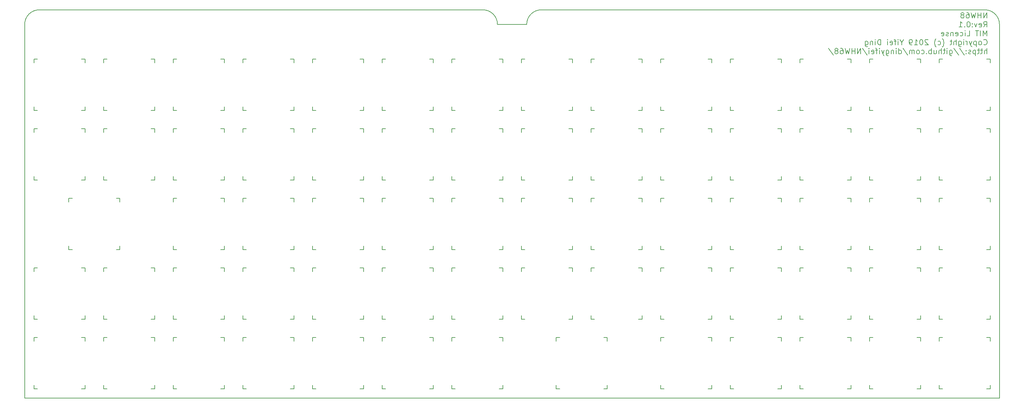
<source format=gbr>
G04 #@! TF.GenerationSoftware,KiCad,Pcbnew,(5.1.5)-3*
G04 #@! TF.CreationDate,2020-01-31T21:09:01-08:00*
G04 #@! TF.ProjectId,PCB,5043422e-6b69-4636-9164-5f7063625858,0.1*
G04 #@! TF.SameCoordinates,Original*
G04 #@! TF.FileFunction,Legend,Bot*
G04 #@! TF.FilePolarity,Positive*
%FSLAX46Y46*%
G04 Gerber Fmt 4.6, Leading zero omitted, Abs format (unit mm)*
G04 Created by KiCad (PCBNEW (5.1.5)-3) date 2020-01-31 21:09:01*
%MOMM*%
%LPD*%
G04 APERTURE LIST*
%ADD10C,0.200000*%
%ADD11C,0.160000*%
%ADD12C,0.150000*%
%ADD13C,4.089800*%
%ADD14C,3.102000*%
%ADD15C,3.402000*%
G04 APERTURE END LIST*
D10*
X356187857Y-89053571D02*
X356187857Y-87553571D01*
X355330714Y-89053571D01*
X355330714Y-87553571D01*
X354616428Y-89053571D02*
X354616428Y-87553571D01*
X354616428Y-88267857D02*
X353759285Y-88267857D01*
X353759285Y-89053571D02*
X353759285Y-87553571D01*
X353187857Y-87553571D02*
X352830714Y-89053571D01*
X352545000Y-87982142D01*
X352259285Y-89053571D01*
X351902142Y-87553571D01*
X350687857Y-87553571D02*
X350973571Y-87553571D01*
X351116428Y-87625000D01*
X351187857Y-87696428D01*
X351330714Y-87910714D01*
X351402142Y-88196428D01*
X351402142Y-88767857D01*
X351330714Y-88910714D01*
X351259285Y-88982142D01*
X351116428Y-89053571D01*
X350830714Y-89053571D01*
X350687857Y-88982142D01*
X350616428Y-88910714D01*
X350545000Y-88767857D01*
X350545000Y-88410714D01*
X350616428Y-88267857D01*
X350687857Y-88196428D01*
X350830714Y-88125000D01*
X351116428Y-88125000D01*
X351259285Y-88196428D01*
X351330714Y-88267857D01*
X351402142Y-88410714D01*
X349687857Y-88196428D02*
X349830714Y-88125000D01*
X349902142Y-88053571D01*
X349973571Y-87910714D01*
X349973571Y-87839285D01*
X349902142Y-87696428D01*
X349830714Y-87625000D01*
X349687857Y-87553571D01*
X349402142Y-87553571D01*
X349259285Y-87625000D01*
X349187857Y-87696428D01*
X349116428Y-87839285D01*
X349116428Y-87910714D01*
X349187857Y-88053571D01*
X349259285Y-88125000D01*
X349402142Y-88196428D01*
X349687857Y-88196428D01*
X349830714Y-88267857D01*
X349902142Y-88339285D01*
X349973571Y-88482142D01*
X349973571Y-88767857D01*
X349902142Y-88910714D01*
X349830714Y-88982142D01*
X349687857Y-89053571D01*
X349402142Y-89053571D01*
X349259285Y-88982142D01*
X349187857Y-88910714D01*
X349116428Y-88767857D01*
X349116428Y-88482142D01*
X349187857Y-88339285D01*
X349259285Y-88267857D01*
X349402142Y-88196428D01*
X355330714Y-91503571D02*
X355830714Y-90789285D01*
X356187857Y-91503571D02*
X356187857Y-90003571D01*
X355616428Y-90003571D01*
X355473571Y-90075000D01*
X355402142Y-90146428D01*
X355330714Y-90289285D01*
X355330714Y-90503571D01*
X355402142Y-90646428D01*
X355473571Y-90717857D01*
X355616428Y-90789285D01*
X356187857Y-90789285D01*
X354116428Y-91432142D02*
X354259285Y-91503571D01*
X354545000Y-91503571D01*
X354687857Y-91432142D01*
X354759285Y-91289285D01*
X354759285Y-90717857D01*
X354687857Y-90575000D01*
X354545000Y-90503571D01*
X354259285Y-90503571D01*
X354116428Y-90575000D01*
X354045000Y-90717857D01*
X354045000Y-90860714D01*
X354759285Y-91003571D01*
X353545000Y-90503571D02*
X353187857Y-91503571D01*
X352830714Y-90503571D01*
X352259285Y-91360714D02*
X352187857Y-91432142D01*
X352259285Y-91503571D01*
X352330714Y-91432142D01*
X352259285Y-91360714D01*
X352259285Y-91503571D01*
X352259285Y-90575000D02*
X352187857Y-90646428D01*
X352259285Y-90717857D01*
X352330714Y-90646428D01*
X352259285Y-90575000D01*
X352259285Y-90717857D01*
X351259285Y-90003571D02*
X351116428Y-90003571D01*
X350973571Y-90075000D01*
X350902142Y-90146428D01*
X350830714Y-90289285D01*
X350759285Y-90575000D01*
X350759285Y-90932142D01*
X350830714Y-91217857D01*
X350902142Y-91360714D01*
X350973571Y-91432142D01*
X351116428Y-91503571D01*
X351259285Y-91503571D01*
X351402142Y-91432142D01*
X351473571Y-91360714D01*
X351545000Y-91217857D01*
X351616428Y-90932142D01*
X351616428Y-90575000D01*
X351545000Y-90289285D01*
X351473571Y-90146428D01*
X351402142Y-90075000D01*
X351259285Y-90003571D01*
X350116428Y-91360714D02*
X350045000Y-91432142D01*
X350116428Y-91503571D01*
X350187857Y-91432142D01*
X350116428Y-91360714D01*
X350116428Y-91503571D01*
X348616428Y-91503571D02*
X349473571Y-91503571D01*
X349045000Y-91503571D02*
X349045000Y-90003571D01*
X349187857Y-90217857D01*
X349330714Y-90360714D01*
X349473571Y-90432142D01*
X356187857Y-93953571D02*
X356187857Y-92453571D01*
X355687857Y-93525000D01*
X355187857Y-92453571D01*
X355187857Y-93953571D01*
X354473571Y-93953571D02*
X354473571Y-92453571D01*
X353973571Y-92453571D02*
X353116428Y-92453571D01*
X353545000Y-93953571D02*
X353545000Y-92453571D01*
X350759285Y-93953571D02*
X351473571Y-93953571D01*
X351473571Y-92453571D01*
X350259285Y-93953571D02*
X350259285Y-92953571D01*
X350259285Y-92453571D02*
X350330714Y-92525000D01*
X350259285Y-92596428D01*
X350187857Y-92525000D01*
X350259285Y-92453571D01*
X350259285Y-92596428D01*
X348902142Y-93882142D02*
X349045000Y-93953571D01*
X349330714Y-93953571D01*
X349473571Y-93882142D01*
X349545000Y-93810714D01*
X349616428Y-93667857D01*
X349616428Y-93239285D01*
X349545000Y-93096428D01*
X349473571Y-93025000D01*
X349330714Y-92953571D01*
X349045000Y-92953571D01*
X348902142Y-93025000D01*
X347687857Y-93882142D02*
X347830714Y-93953571D01*
X348116428Y-93953571D01*
X348259285Y-93882142D01*
X348330714Y-93739285D01*
X348330714Y-93167857D01*
X348259285Y-93025000D01*
X348116428Y-92953571D01*
X347830714Y-92953571D01*
X347687857Y-93025000D01*
X347616428Y-93167857D01*
X347616428Y-93310714D01*
X348330714Y-93453571D01*
X346973571Y-92953571D02*
X346973571Y-93953571D01*
X346973571Y-93096428D02*
X346902142Y-93025000D01*
X346759285Y-92953571D01*
X346545000Y-92953571D01*
X346402142Y-93025000D01*
X346330714Y-93167857D01*
X346330714Y-93953571D01*
X345687857Y-93882142D02*
X345545000Y-93953571D01*
X345259285Y-93953571D01*
X345116428Y-93882142D01*
X345045000Y-93739285D01*
X345045000Y-93667857D01*
X345116428Y-93525000D01*
X345259285Y-93453571D01*
X345473571Y-93453571D01*
X345616428Y-93382142D01*
X345687857Y-93239285D01*
X345687857Y-93167857D01*
X345616428Y-93025000D01*
X345473571Y-92953571D01*
X345259285Y-92953571D01*
X345116428Y-93025000D01*
X343830714Y-93882142D02*
X343973571Y-93953571D01*
X344259285Y-93953571D01*
X344402142Y-93882142D01*
X344473571Y-93739285D01*
X344473571Y-93167857D01*
X344402142Y-93025000D01*
X344259285Y-92953571D01*
X343973571Y-92953571D01*
X343830714Y-93025000D01*
X343759285Y-93167857D01*
X343759285Y-93310714D01*
X344473571Y-93453571D01*
X355330714Y-96260714D02*
X355402142Y-96332142D01*
X355616428Y-96403571D01*
X355759285Y-96403571D01*
X355973571Y-96332142D01*
X356116428Y-96189285D01*
X356187857Y-96046428D01*
X356259285Y-95760714D01*
X356259285Y-95546428D01*
X356187857Y-95260714D01*
X356116428Y-95117857D01*
X355973571Y-94975000D01*
X355759285Y-94903571D01*
X355616428Y-94903571D01*
X355402142Y-94975000D01*
X355330714Y-95046428D01*
X354473571Y-96403571D02*
X354616428Y-96332142D01*
X354687857Y-96260714D01*
X354759285Y-96117857D01*
X354759285Y-95689285D01*
X354687857Y-95546428D01*
X354616428Y-95475000D01*
X354473571Y-95403571D01*
X354259285Y-95403571D01*
X354116428Y-95475000D01*
X354045000Y-95546428D01*
X353973571Y-95689285D01*
X353973571Y-96117857D01*
X354045000Y-96260714D01*
X354116428Y-96332142D01*
X354259285Y-96403571D01*
X354473571Y-96403571D01*
X353330714Y-95403571D02*
X353330714Y-96903571D01*
X353330714Y-95475000D02*
X353187857Y-95403571D01*
X352902142Y-95403571D01*
X352759285Y-95475000D01*
X352687857Y-95546428D01*
X352616428Y-95689285D01*
X352616428Y-96117857D01*
X352687857Y-96260714D01*
X352759285Y-96332142D01*
X352902142Y-96403571D01*
X353187857Y-96403571D01*
X353330714Y-96332142D01*
X352116428Y-95403571D02*
X351759285Y-96403571D01*
X351402142Y-95403571D02*
X351759285Y-96403571D01*
X351902142Y-96760714D01*
X351973571Y-96832142D01*
X352116428Y-96903571D01*
X350830714Y-96403571D02*
X350830714Y-95403571D01*
X350830714Y-95689285D02*
X350759285Y-95546428D01*
X350687857Y-95475000D01*
X350545000Y-95403571D01*
X350402142Y-95403571D01*
X349902142Y-96403571D02*
X349902142Y-95403571D01*
X349902142Y-94903571D02*
X349973571Y-94975000D01*
X349902142Y-95046428D01*
X349830714Y-94975000D01*
X349902142Y-94903571D01*
X349902142Y-95046428D01*
X348545000Y-95403571D02*
X348545000Y-96617857D01*
X348616428Y-96760714D01*
X348687857Y-96832142D01*
X348830714Y-96903571D01*
X349045000Y-96903571D01*
X349187857Y-96832142D01*
X348545000Y-96332142D02*
X348687857Y-96403571D01*
X348973571Y-96403571D01*
X349116428Y-96332142D01*
X349187857Y-96260714D01*
X349259285Y-96117857D01*
X349259285Y-95689285D01*
X349187857Y-95546428D01*
X349116428Y-95475000D01*
X348973571Y-95403571D01*
X348687857Y-95403571D01*
X348545000Y-95475000D01*
X347830714Y-96403571D02*
X347830714Y-94903571D01*
X347187857Y-96403571D02*
X347187857Y-95617857D01*
X347259285Y-95475000D01*
X347402142Y-95403571D01*
X347616428Y-95403571D01*
X347759285Y-95475000D01*
X347830714Y-95546428D01*
X346687857Y-95403571D02*
X346116428Y-95403571D01*
X346473571Y-94903571D02*
X346473571Y-96189285D01*
X346402142Y-96332142D01*
X346259285Y-96403571D01*
X346116428Y-96403571D01*
X344044999Y-96975000D02*
X344116428Y-96903571D01*
X344259285Y-96689285D01*
X344330714Y-96546428D01*
X344402142Y-96332142D01*
X344473571Y-95975000D01*
X344473571Y-95689285D01*
X344402142Y-95332142D01*
X344330714Y-95117857D01*
X344259285Y-94975000D01*
X344116428Y-94760714D01*
X344044999Y-94689285D01*
X342830714Y-96332142D02*
X342973571Y-96403571D01*
X343259285Y-96403571D01*
X343402142Y-96332142D01*
X343473571Y-96260714D01*
X343544999Y-96117857D01*
X343544999Y-95689285D01*
X343473571Y-95546428D01*
X343402142Y-95475000D01*
X343259285Y-95403571D01*
X342973571Y-95403571D01*
X342830714Y-95475000D01*
X342330714Y-96975000D02*
X342259285Y-96903571D01*
X342116428Y-96689285D01*
X342044999Y-96546428D01*
X341973571Y-96332142D01*
X341902142Y-95975000D01*
X341902142Y-95689285D01*
X341973571Y-95332142D01*
X342044999Y-95117857D01*
X342116428Y-94975000D01*
X342259285Y-94760714D01*
X342330714Y-94689285D01*
X340116428Y-95046428D02*
X340044999Y-94975000D01*
X339902142Y-94903571D01*
X339544999Y-94903571D01*
X339402142Y-94975000D01*
X339330714Y-95046428D01*
X339259285Y-95189285D01*
X339259285Y-95332142D01*
X339330714Y-95546428D01*
X340187857Y-96403571D01*
X339259285Y-96403571D01*
X338330714Y-94903571D02*
X338187857Y-94903571D01*
X338044999Y-94975000D01*
X337973571Y-95046428D01*
X337902142Y-95189285D01*
X337830714Y-95475000D01*
X337830714Y-95832142D01*
X337902142Y-96117857D01*
X337973571Y-96260714D01*
X338044999Y-96332142D01*
X338187857Y-96403571D01*
X338330714Y-96403571D01*
X338473571Y-96332142D01*
X338544999Y-96260714D01*
X338616428Y-96117857D01*
X338687857Y-95832142D01*
X338687857Y-95475000D01*
X338616428Y-95189285D01*
X338544999Y-95046428D01*
X338473571Y-94975000D01*
X338330714Y-94903571D01*
X336402142Y-96403571D02*
X337259285Y-96403571D01*
X336830714Y-96403571D02*
X336830714Y-94903571D01*
X336973571Y-95117857D01*
X337116428Y-95260714D01*
X337259285Y-95332142D01*
X335687857Y-96403571D02*
X335402142Y-96403571D01*
X335259285Y-96332142D01*
X335187857Y-96260714D01*
X335044999Y-96046428D01*
X334973571Y-95760714D01*
X334973571Y-95189285D01*
X335044999Y-95046428D01*
X335116428Y-94975000D01*
X335259285Y-94903571D01*
X335544999Y-94903571D01*
X335687857Y-94975000D01*
X335759285Y-95046428D01*
X335830714Y-95189285D01*
X335830714Y-95546428D01*
X335759285Y-95689285D01*
X335687857Y-95760714D01*
X335544999Y-95832142D01*
X335259285Y-95832142D01*
X335116428Y-95760714D01*
X335044999Y-95689285D01*
X334973571Y-95546428D01*
X332902142Y-95689285D02*
X332902142Y-96403571D01*
X333402142Y-94903571D02*
X332902142Y-95689285D01*
X332402142Y-94903571D01*
X331902142Y-96403571D02*
X331902142Y-95403571D01*
X331902142Y-94903571D02*
X331973571Y-94975000D01*
X331902142Y-95046428D01*
X331830714Y-94975000D01*
X331902142Y-94903571D01*
X331902142Y-95046428D01*
X331402142Y-95403571D02*
X330830714Y-95403571D01*
X331187857Y-96403571D02*
X331187857Y-95117857D01*
X331116428Y-94975000D01*
X330973571Y-94903571D01*
X330830714Y-94903571D01*
X329759285Y-96332142D02*
X329902142Y-96403571D01*
X330187857Y-96403571D01*
X330330714Y-96332142D01*
X330402142Y-96189285D01*
X330402142Y-95617857D01*
X330330714Y-95475000D01*
X330187857Y-95403571D01*
X329902142Y-95403571D01*
X329759285Y-95475000D01*
X329687857Y-95617857D01*
X329687857Y-95760714D01*
X330402142Y-95903571D01*
X329044999Y-96403571D02*
X329044999Y-95403571D01*
X329044999Y-94903571D02*
X329116428Y-94975000D01*
X329044999Y-95046428D01*
X328973571Y-94975000D01*
X329044999Y-94903571D01*
X329044999Y-95046428D01*
X327187857Y-96403571D02*
X327187857Y-94903571D01*
X326830714Y-94903571D01*
X326616428Y-94975000D01*
X326473571Y-95117857D01*
X326402142Y-95260714D01*
X326330714Y-95546428D01*
X326330714Y-95760714D01*
X326402142Y-96046428D01*
X326473571Y-96189285D01*
X326616428Y-96332142D01*
X326830714Y-96403571D01*
X327187857Y-96403571D01*
X325687857Y-96403571D02*
X325687857Y-95403571D01*
X325687857Y-94903571D02*
X325759285Y-94975000D01*
X325687857Y-95046428D01*
X325616428Y-94975000D01*
X325687857Y-94903571D01*
X325687857Y-95046428D01*
X324973571Y-95403571D02*
X324973571Y-96403571D01*
X324973571Y-95546428D02*
X324902142Y-95475000D01*
X324759285Y-95403571D01*
X324544999Y-95403571D01*
X324402142Y-95475000D01*
X324330714Y-95617857D01*
X324330714Y-96403571D01*
X322973571Y-95403571D02*
X322973571Y-96617857D01*
X323044999Y-96760714D01*
X323116428Y-96832142D01*
X323259285Y-96903571D01*
X323473571Y-96903571D01*
X323616428Y-96832142D01*
X322973571Y-96332142D02*
X323116428Y-96403571D01*
X323402142Y-96403571D01*
X323544999Y-96332142D01*
X323616428Y-96260714D01*
X323687857Y-96117857D01*
X323687857Y-95689285D01*
X323616428Y-95546428D01*
X323544999Y-95475000D01*
X323402142Y-95403571D01*
X323116428Y-95403571D01*
X322973571Y-95475000D01*
X356187857Y-98853571D02*
X356187857Y-97353571D01*
X355545000Y-98853571D02*
X355545000Y-98067857D01*
X355616428Y-97925000D01*
X355759285Y-97853571D01*
X355973571Y-97853571D01*
X356116428Y-97925000D01*
X356187857Y-97996428D01*
X355045000Y-97853571D02*
X354473571Y-97853571D01*
X354830714Y-97353571D02*
X354830714Y-98639285D01*
X354759285Y-98782142D01*
X354616428Y-98853571D01*
X354473571Y-98853571D01*
X354187857Y-97853571D02*
X353616428Y-97853571D01*
X353973571Y-97353571D02*
X353973571Y-98639285D01*
X353902142Y-98782142D01*
X353759285Y-98853571D01*
X353616428Y-98853571D01*
X353116428Y-97853571D02*
X353116428Y-99353571D01*
X353116428Y-97925000D02*
X352973571Y-97853571D01*
X352687857Y-97853571D01*
X352545000Y-97925000D01*
X352473571Y-97996428D01*
X352402142Y-98139285D01*
X352402142Y-98567857D01*
X352473571Y-98710714D01*
X352545000Y-98782142D01*
X352687857Y-98853571D01*
X352973571Y-98853571D01*
X353116428Y-98782142D01*
X351830714Y-98782142D02*
X351687857Y-98853571D01*
X351402142Y-98853571D01*
X351259285Y-98782142D01*
X351187857Y-98639285D01*
X351187857Y-98567857D01*
X351259285Y-98425000D01*
X351402142Y-98353571D01*
X351616428Y-98353571D01*
X351759285Y-98282142D01*
X351830714Y-98139285D01*
X351830714Y-98067857D01*
X351759285Y-97925000D01*
X351616428Y-97853571D01*
X351402142Y-97853571D01*
X351259285Y-97925000D01*
X350545000Y-98710714D02*
X350473571Y-98782142D01*
X350545000Y-98853571D01*
X350616428Y-98782142D01*
X350545000Y-98710714D01*
X350545000Y-98853571D01*
X350545000Y-97925000D02*
X350473571Y-97996428D01*
X350545000Y-98067857D01*
X350616428Y-97996428D01*
X350545000Y-97925000D01*
X350545000Y-98067857D01*
X348759285Y-97282142D02*
X350045000Y-99210714D01*
X347187857Y-97282142D02*
X348473571Y-99210714D01*
X346045000Y-97853571D02*
X346045000Y-99067857D01*
X346116428Y-99210714D01*
X346187857Y-99282142D01*
X346330714Y-99353571D01*
X346545000Y-99353571D01*
X346687857Y-99282142D01*
X346045000Y-98782142D02*
X346187857Y-98853571D01*
X346473571Y-98853571D01*
X346616428Y-98782142D01*
X346687857Y-98710714D01*
X346759285Y-98567857D01*
X346759285Y-98139285D01*
X346687857Y-97996428D01*
X346616428Y-97925000D01*
X346473571Y-97853571D01*
X346187857Y-97853571D01*
X346045000Y-97925000D01*
X345330714Y-98853571D02*
X345330714Y-97853571D01*
X345330714Y-97353571D02*
X345402142Y-97425000D01*
X345330714Y-97496428D01*
X345259285Y-97425000D01*
X345330714Y-97353571D01*
X345330714Y-97496428D01*
X344830714Y-97853571D02*
X344259285Y-97853571D01*
X344616428Y-97353571D02*
X344616428Y-98639285D01*
X344545000Y-98782142D01*
X344402142Y-98853571D01*
X344259285Y-98853571D01*
X343759285Y-98853571D02*
X343759285Y-97353571D01*
X343116428Y-98853571D02*
X343116428Y-98067857D01*
X343187857Y-97925000D01*
X343330714Y-97853571D01*
X343545000Y-97853571D01*
X343687857Y-97925000D01*
X343759285Y-97996428D01*
X341759285Y-97853571D02*
X341759285Y-98853571D01*
X342402142Y-97853571D02*
X342402142Y-98639285D01*
X342330714Y-98782142D01*
X342187857Y-98853571D01*
X341973571Y-98853571D01*
X341830714Y-98782142D01*
X341759285Y-98710714D01*
X341045000Y-98853571D02*
X341045000Y-97353571D01*
X341045000Y-97925000D02*
X340902142Y-97853571D01*
X340616428Y-97853571D01*
X340473571Y-97925000D01*
X340402142Y-97996428D01*
X340330714Y-98139285D01*
X340330714Y-98567857D01*
X340402142Y-98710714D01*
X340473571Y-98782142D01*
X340616428Y-98853571D01*
X340902142Y-98853571D01*
X341045000Y-98782142D01*
X339687857Y-98710714D02*
X339616428Y-98782142D01*
X339687857Y-98853571D01*
X339759285Y-98782142D01*
X339687857Y-98710714D01*
X339687857Y-98853571D01*
X338330714Y-98782142D02*
X338473571Y-98853571D01*
X338759285Y-98853571D01*
X338902142Y-98782142D01*
X338973571Y-98710714D01*
X339045000Y-98567857D01*
X339045000Y-98139285D01*
X338973571Y-97996428D01*
X338902142Y-97925000D01*
X338759285Y-97853571D01*
X338473571Y-97853571D01*
X338330714Y-97925000D01*
X337473571Y-98853571D02*
X337616428Y-98782142D01*
X337687857Y-98710714D01*
X337759285Y-98567857D01*
X337759285Y-98139285D01*
X337687857Y-97996428D01*
X337616428Y-97925000D01*
X337473571Y-97853571D01*
X337259285Y-97853571D01*
X337116428Y-97925000D01*
X337045000Y-97996428D01*
X336973571Y-98139285D01*
X336973571Y-98567857D01*
X337045000Y-98710714D01*
X337116428Y-98782142D01*
X337259285Y-98853571D01*
X337473571Y-98853571D01*
X336330714Y-98853571D02*
X336330714Y-97853571D01*
X336330714Y-97996428D02*
X336259285Y-97925000D01*
X336116428Y-97853571D01*
X335902142Y-97853571D01*
X335759285Y-97925000D01*
X335687857Y-98067857D01*
X335687857Y-98853571D01*
X335687857Y-98067857D02*
X335616428Y-97925000D01*
X335473571Y-97853571D01*
X335259285Y-97853571D01*
X335116428Y-97925000D01*
X335045000Y-98067857D01*
X335045000Y-98853571D01*
X333259285Y-97282142D02*
X334545000Y-99210714D01*
X332116428Y-98853571D02*
X332116428Y-97353571D01*
X332116428Y-98782142D02*
X332259285Y-98853571D01*
X332545000Y-98853571D01*
X332687857Y-98782142D01*
X332759285Y-98710714D01*
X332830714Y-98567857D01*
X332830714Y-98139285D01*
X332759285Y-97996428D01*
X332687857Y-97925000D01*
X332545000Y-97853571D01*
X332259285Y-97853571D01*
X332116428Y-97925000D01*
X331402142Y-98853571D02*
X331402142Y-97853571D01*
X331402142Y-97353571D02*
X331473571Y-97425000D01*
X331402142Y-97496428D01*
X331330714Y-97425000D01*
X331402142Y-97353571D01*
X331402142Y-97496428D01*
X330687857Y-97853571D02*
X330687857Y-98853571D01*
X330687857Y-97996428D02*
X330616428Y-97925000D01*
X330473571Y-97853571D01*
X330259285Y-97853571D01*
X330116428Y-97925000D01*
X330045000Y-98067857D01*
X330045000Y-98853571D01*
X328687857Y-97853571D02*
X328687857Y-99067857D01*
X328759285Y-99210714D01*
X328830714Y-99282142D01*
X328973571Y-99353571D01*
X329187857Y-99353571D01*
X329330714Y-99282142D01*
X328687857Y-98782142D02*
X328830714Y-98853571D01*
X329116428Y-98853571D01*
X329259285Y-98782142D01*
X329330714Y-98710714D01*
X329402142Y-98567857D01*
X329402142Y-98139285D01*
X329330714Y-97996428D01*
X329259285Y-97925000D01*
X329116428Y-97853571D01*
X328830714Y-97853571D01*
X328687857Y-97925000D01*
X328116428Y-97853571D02*
X327759285Y-98853571D01*
X327402142Y-97853571D02*
X327759285Y-98853571D01*
X327902142Y-99210714D01*
X327973571Y-99282142D01*
X328116428Y-99353571D01*
X326830714Y-98853571D02*
X326830714Y-97853571D01*
X326830714Y-97353571D02*
X326902142Y-97425000D01*
X326830714Y-97496428D01*
X326759285Y-97425000D01*
X326830714Y-97353571D01*
X326830714Y-97496428D01*
X326330714Y-97853571D02*
X325759285Y-97853571D01*
X326116428Y-98853571D02*
X326116428Y-97567857D01*
X326045000Y-97425000D01*
X325902142Y-97353571D01*
X325759285Y-97353571D01*
X324687857Y-98782142D02*
X324830714Y-98853571D01*
X325116428Y-98853571D01*
X325259285Y-98782142D01*
X325330714Y-98639285D01*
X325330714Y-98067857D01*
X325259285Y-97925000D01*
X325116428Y-97853571D01*
X324830714Y-97853571D01*
X324687857Y-97925000D01*
X324616428Y-98067857D01*
X324616428Y-98210714D01*
X325330714Y-98353571D01*
X323973571Y-98853571D02*
X323973571Y-97853571D01*
X323973571Y-97353571D02*
X324045000Y-97425000D01*
X323973571Y-97496428D01*
X323902142Y-97425000D01*
X323973571Y-97353571D01*
X323973571Y-97496428D01*
X322187857Y-97282142D02*
X323473571Y-99210714D01*
X321687857Y-98853571D02*
X321687857Y-97353571D01*
X320830714Y-98853571D01*
X320830714Y-97353571D01*
X320116428Y-98853571D02*
X320116428Y-97353571D01*
X320116428Y-98067857D02*
X319259285Y-98067857D01*
X319259285Y-98853571D02*
X319259285Y-97353571D01*
X318687857Y-97353571D02*
X318330714Y-98853571D01*
X318045000Y-97782142D01*
X317759285Y-98853571D01*
X317402142Y-97353571D01*
X316187857Y-97353571D02*
X316473571Y-97353571D01*
X316616428Y-97425000D01*
X316687857Y-97496428D01*
X316830714Y-97710714D01*
X316902142Y-97996428D01*
X316902142Y-98567857D01*
X316830714Y-98710714D01*
X316759285Y-98782142D01*
X316616428Y-98853571D01*
X316330714Y-98853571D01*
X316187857Y-98782142D01*
X316116428Y-98710714D01*
X316045000Y-98567857D01*
X316045000Y-98210714D01*
X316116428Y-98067857D01*
X316187857Y-97996428D01*
X316330714Y-97925000D01*
X316616428Y-97925000D01*
X316759285Y-97996428D01*
X316830714Y-98067857D01*
X316902142Y-98210714D01*
X315187857Y-97996428D02*
X315330714Y-97925000D01*
X315402142Y-97853571D01*
X315473571Y-97710714D01*
X315473571Y-97639285D01*
X315402142Y-97496428D01*
X315330714Y-97425000D01*
X315187857Y-97353571D01*
X314902142Y-97353571D01*
X314759285Y-97425000D01*
X314687857Y-97496428D01*
X314616428Y-97639285D01*
X314616428Y-97710714D01*
X314687857Y-97853571D01*
X314759285Y-97925000D01*
X314902142Y-97996428D01*
X315187857Y-97996428D01*
X315330714Y-98067857D01*
X315402142Y-98139285D01*
X315473571Y-98282142D01*
X315473571Y-98567857D01*
X315402142Y-98710714D01*
X315330714Y-98782142D01*
X315187857Y-98853571D01*
X314902142Y-98853571D01*
X314759285Y-98782142D01*
X314687857Y-98710714D01*
X314616428Y-98567857D01*
X314616428Y-98282142D01*
X314687857Y-98139285D01*
X314759285Y-98067857D01*
X314902142Y-97996428D01*
X312902142Y-97282142D02*
X314187857Y-99210714D01*
D11*
X222316035Y-90789728D02*
X230316035Y-90789728D01*
X359666001Y-90789728D02*
G75*
G03X355666001Y-86789728I-4000000J0D01*
G01*
X355666001Y-86789728D02*
X234316035Y-86789728D01*
X359666001Y-193039800D02*
X359666001Y-90789728D01*
X234316035Y-86789728D02*
G75*
G03X230316035Y-90789728I0J-4000000D01*
G01*
X222316035Y-90789728D02*
G75*
G03X218316035Y-86789728I-4000000J0D01*
G01*
X96966085Y-86789728D02*
G75*
G03X92966085Y-90789728I0J-4000000D01*
G01*
X218316035Y-86789728D02*
X96966085Y-86789728D01*
X92966085Y-90789728D02*
X92966085Y-193039800D01*
X359666001Y-193039800D02*
X92966085Y-193039800D01*
D12*
X242841199Y-171465351D02*
X242841199Y-170465351D01*
X241841199Y-157465351D02*
X242841199Y-157465351D01*
X242841199Y-171465351D02*
X241841199Y-171465351D01*
X242841199Y-158465351D02*
X242841199Y-157465351D01*
X228841199Y-157465351D02*
X228841199Y-158465351D01*
X229841199Y-171465351D02*
X228841199Y-171465351D01*
X228841199Y-157465351D02*
X229841199Y-157465351D01*
X228841199Y-170465351D02*
X228841199Y-171465351D01*
X252365199Y-190515265D02*
X252365199Y-189515265D01*
X251365199Y-176515265D02*
X252365199Y-176515265D01*
X252365199Y-190515265D02*
X251365199Y-190515265D01*
X252365199Y-177515265D02*
X252365199Y-176515265D01*
X238365199Y-176515265D02*
X238365199Y-177515265D01*
X239365199Y-190515265D02*
X238365199Y-190515265D01*
X238365199Y-176515265D02*
X239365199Y-176515265D01*
X238365199Y-189515265D02*
X238365199Y-190515265D01*
X119015199Y-152415365D02*
X119015199Y-151415365D01*
X118015199Y-138415365D02*
X119015199Y-138415365D01*
X119015199Y-152415365D02*
X118015199Y-152415365D01*
X119015199Y-139415365D02*
X119015199Y-138415365D01*
X105015199Y-138415365D02*
X105015199Y-139415365D01*
X106015199Y-152415365D02*
X105015199Y-152415365D01*
X105015199Y-138415365D02*
X106015199Y-138415365D01*
X105015199Y-151415365D02*
X105015199Y-152415365D01*
X128540199Y-190515266D02*
X128540199Y-189515266D01*
X127540199Y-176515266D02*
X128540199Y-176515266D01*
X128540199Y-190515266D02*
X127540199Y-190515266D01*
X128540199Y-177515266D02*
X128540199Y-176515266D01*
X114540199Y-176515266D02*
X114540199Y-177515266D01*
X115540199Y-190515266D02*
X114540199Y-190515266D01*
X114540199Y-176515266D02*
X115540199Y-176515266D01*
X114540199Y-189515266D02*
X114540199Y-190515266D01*
X357140274Y-114315350D02*
X357140274Y-113315350D01*
X356140274Y-100315350D02*
X357140274Y-100315350D01*
X357140274Y-114315350D02*
X356140274Y-114315350D01*
X357140274Y-101315350D02*
X357140274Y-100315350D01*
X343140274Y-100315350D02*
X343140274Y-101315350D01*
X344140274Y-114315350D02*
X343140274Y-114315350D01*
X343140274Y-100315350D02*
X344140274Y-100315350D01*
X343140274Y-113315350D02*
X343140274Y-114315350D01*
X109490199Y-114315350D02*
X109490199Y-113315350D01*
X108490199Y-100315350D02*
X109490199Y-100315350D01*
X109490199Y-114315350D02*
X108490199Y-114315350D01*
X109490199Y-101315350D02*
X109490199Y-100315350D01*
X95490199Y-100315350D02*
X95490199Y-101315350D01*
X96490199Y-114315350D02*
X95490199Y-114315350D01*
X95490199Y-100315350D02*
X96490199Y-100315350D01*
X95490199Y-113315350D02*
X95490199Y-114315350D01*
X128540199Y-114315350D02*
X128540199Y-113315350D01*
X127540199Y-100315350D02*
X128540199Y-100315350D01*
X128540199Y-114315350D02*
X127540199Y-114315350D01*
X128540199Y-101315350D02*
X128540199Y-100315350D01*
X114540199Y-100315350D02*
X114540199Y-101315350D01*
X115540199Y-114315350D02*
X114540199Y-114315350D01*
X114540199Y-100315350D02*
X115540199Y-100315350D01*
X114540199Y-113315350D02*
X114540199Y-114315350D01*
X147590199Y-114315350D02*
X147590199Y-113315350D01*
X146590199Y-100315350D02*
X147590199Y-100315350D01*
X147590199Y-114315350D02*
X146590199Y-114315350D01*
X147590199Y-101315350D02*
X147590199Y-100315350D01*
X133590199Y-100315350D02*
X133590199Y-101315350D01*
X134590199Y-114315350D02*
X133590199Y-114315350D01*
X133590199Y-100315350D02*
X134590199Y-100315350D01*
X133590199Y-113315350D02*
X133590199Y-114315350D01*
X357140274Y-133365350D02*
X357140274Y-132365350D01*
X356140274Y-119365350D02*
X357140274Y-119365350D01*
X357140274Y-133365350D02*
X356140274Y-133365350D01*
X357140274Y-120365350D02*
X357140274Y-119365350D01*
X343140274Y-119365350D02*
X343140274Y-120365350D01*
X344140274Y-133365350D02*
X343140274Y-133365350D01*
X343140274Y-119365350D02*
X344140274Y-119365350D01*
X343140274Y-132365350D02*
X343140274Y-133365350D01*
X357140274Y-152415365D02*
X357140274Y-151415365D01*
X356140274Y-138415365D02*
X357140274Y-138415365D01*
X357140274Y-152415365D02*
X356140274Y-152415365D01*
X357140274Y-139415365D02*
X357140274Y-138415365D01*
X343140274Y-138415365D02*
X343140274Y-139415365D01*
X344140274Y-152415365D02*
X343140274Y-152415365D01*
X343140274Y-138415365D02*
X344140274Y-138415365D01*
X343140274Y-151415365D02*
X343140274Y-152415365D01*
X357140274Y-171465351D02*
X357140274Y-170465351D01*
X356140274Y-157465351D02*
X357140274Y-157465351D01*
X357140274Y-171465351D02*
X356140274Y-171465351D01*
X357140274Y-158465351D02*
X357140274Y-157465351D01*
X343140274Y-157465351D02*
X343140274Y-158465351D01*
X344140274Y-171465351D02*
X343140274Y-171465351D01*
X343140274Y-157465351D02*
X344140274Y-157465351D01*
X343140274Y-170465351D02*
X343140274Y-171465351D01*
X357140275Y-190515265D02*
X357140275Y-189515265D01*
X356140275Y-176515265D02*
X357140275Y-176515265D01*
X357140275Y-190515265D02*
X356140275Y-190515265D01*
X357140275Y-177515265D02*
X357140275Y-176515265D01*
X343140275Y-176515265D02*
X343140275Y-177515265D01*
X344140275Y-190515265D02*
X343140275Y-190515265D01*
X343140275Y-176515265D02*
X344140275Y-176515265D01*
X343140275Y-189515265D02*
X343140275Y-190515265D01*
X338090349Y-114315350D02*
X338090349Y-113315350D01*
X337090349Y-100315350D02*
X338090349Y-100315350D01*
X338090349Y-114315350D02*
X337090349Y-114315350D01*
X338090349Y-101315350D02*
X338090349Y-100315350D01*
X324090349Y-100315350D02*
X324090349Y-101315350D01*
X325090349Y-114315350D02*
X324090349Y-114315350D01*
X324090349Y-100315350D02*
X325090349Y-100315350D01*
X324090349Y-113315350D02*
X324090349Y-114315350D01*
X338090349Y-133365350D02*
X338090349Y-132365350D01*
X337090349Y-119365350D02*
X338090349Y-119365350D01*
X338090349Y-133365350D02*
X337090349Y-133365350D01*
X338090349Y-120365350D02*
X338090349Y-119365350D01*
X324090349Y-119365350D02*
X324090349Y-120365350D01*
X325090349Y-133365350D02*
X324090349Y-133365350D01*
X324090349Y-119365350D02*
X325090349Y-119365350D01*
X324090349Y-132365350D02*
X324090349Y-133365350D01*
X338090349Y-152415365D02*
X338090349Y-151415365D01*
X337090349Y-138415365D02*
X338090349Y-138415365D01*
X338090349Y-152415365D02*
X337090349Y-152415365D01*
X338090349Y-139415365D02*
X338090349Y-138415365D01*
X324090349Y-138415365D02*
X324090349Y-139415365D01*
X325090349Y-152415365D02*
X324090349Y-152415365D01*
X324090349Y-138415365D02*
X325090349Y-138415365D01*
X324090349Y-151415365D02*
X324090349Y-152415365D01*
X338090349Y-171465351D02*
X338090349Y-170465351D01*
X337090349Y-157465351D02*
X338090349Y-157465351D01*
X338090349Y-171465351D02*
X337090349Y-171465351D01*
X338090349Y-158465351D02*
X338090349Y-157465351D01*
X324090349Y-157465351D02*
X324090349Y-158465351D01*
X325090349Y-171465351D02*
X324090349Y-171465351D01*
X324090349Y-157465351D02*
X325090349Y-157465351D01*
X324090349Y-170465351D02*
X324090349Y-171465351D01*
X338090350Y-190515265D02*
X338090350Y-189515265D01*
X337090350Y-176515265D02*
X338090350Y-176515265D01*
X338090350Y-190515265D02*
X337090350Y-190515265D01*
X338090350Y-177515265D02*
X338090350Y-176515265D01*
X324090350Y-176515265D02*
X324090350Y-177515265D01*
X325090350Y-190515265D02*
X324090350Y-190515265D01*
X324090350Y-176515265D02*
X325090350Y-176515265D01*
X324090350Y-189515265D02*
X324090350Y-190515265D01*
X319040349Y-114315350D02*
X319040349Y-113315350D01*
X318040349Y-100315350D02*
X319040349Y-100315350D01*
X319040349Y-114315350D02*
X318040349Y-114315350D01*
X319040349Y-101315350D02*
X319040349Y-100315350D01*
X305040349Y-100315350D02*
X305040349Y-101315350D01*
X306040349Y-114315350D02*
X305040349Y-114315350D01*
X305040349Y-100315350D02*
X306040349Y-100315350D01*
X305040349Y-113315350D02*
X305040349Y-114315350D01*
X319040349Y-133365350D02*
X319040349Y-132365350D01*
X318040349Y-119365350D02*
X319040349Y-119365350D01*
X319040349Y-133365350D02*
X318040349Y-133365350D01*
X319040349Y-120365350D02*
X319040349Y-119365350D01*
X305040349Y-119365350D02*
X305040349Y-120365350D01*
X306040349Y-133365350D02*
X305040349Y-133365350D01*
X305040349Y-119365350D02*
X306040349Y-119365350D01*
X305040349Y-132365350D02*
X305040349Y-133365350D01*
X319040349Y-152415365D02*
X319040349Y-151415365D01*
X318040349Y-138415365D02*
X319040349Y-138415365D01*
X319040349Y-152415365D02*
X318040349Y-152415365D01*
X319040349Y-139415365D02*
X319040349Y-138415365D01*
X305040349Y-138415365D02*
X305040349Y-139415365D01*
X306040349Y-152415365D02*
X305040349Y-152415365D01*
X305040349Y-138415365D02*
X306040349Y-138415365D01*
X305040349Y-151415365D02*
X305040349Y-152415365D01*
X319040349Y-171465351D02*
X319040349Y-170465351D01*
X318040349Y-157465351D02*
X319040349Y-157465351D01*
X319040349Y-171465351D02*
X318040349Y-171465351D01*
X319040349Y-158465351D02*
X319040349Y-157465351D01*
X305040349Y-157465351D02*
X305040349Y-158465351D01*
X306040349Y-171465351D02*
X305040349Y-171465351D01*
X305040349Y-157465351D02*
X306040349Y-157465351D01*
X305040349Y-170465351D02*
X305040349Y-171465351D01*
X319040350Y-190515265D02*
X319040350Y-189515265D01*
X318040350Y-176515265D02*
X319040350Y-176515265D01*
X319040350Y-190515265D02*
X318040350Y-190515265D01*
X319040350Y-177515265D02*
X319040350Y-176515265D01*
X305040350Y-176515265D02*
X305040350Y-177515265D01*
X306040350Y-190515265D02*
X305040350Y-190515265D01*
X305040350Y-176515265D02*
X306040350Y-176515265D01*
X305040350Y-189515265D02*
X305040350Y-190515265D01*
X299990349Y-114315350D02*
X299990349Y-113315350D01*
X298990349Y-100315350D02*
X299990349Y-100315350D01*
X299990349Y-114315350D02*
X298990349Y-114315350D01*
X299990349Y-101315350D02*
X299990349Y-100315350D01*
X285990349Y-100315350D02*
X285990349Y-101315350D01*
X286990349Y-114315350D02*
X285990349Y-114315350D01*
X285990349Y-100315350D02*
X286990349Y-100315350D01*
X285990349Y-113315350D02*
X285990349Y-114315350D01*
X299990349Y-133365350D02*
X299990349Y-132365350D01*
X298990349Y-119365350D02*
X299990349Y-119365350D01*
X299990349Y-133365350D02*
X298990349Y-133365350D01*
X299990349Y-120365350D02*
X299990349Y-119365350D01*
X285990349Y-119365350D02*
X285990349Y-120365350D01*
X286990349Y-133365350D02*
X285990349Y-133365350D01*
X285990349Y-119365350D02*
X286990349Y-119365350D01*
X285990349Y-132365350D02*
X285990349Y-133365350D01*
X299990349Y-152415365D02*
X299990349Y-151415365D01*
X298990349Y-138415365D02*
X299990349Y-138415365D01*
X299990349Y-152415365D02*
X298990349Y-152415365D01*
X299990349Y-139415365D02*
X299990349Y-138415365D01*
X285990349Y-138415365D02*
X285990349Y-139415365D01*
X286990349Y-152415365D02*
X285990349Y-152415365D01*
X285990349Y-138415365D02*
X286990349Y-138415365D01*
X285990349Y-151415365D02*
X285990349Y-152415365D01*
X299990349Y-171465351D02*
X299990349Y-170465351D01*
X298990349Y-157465351D02*
X299990349Y-157465351D01*
X299990349Y-171465351D02*
X298990349Y-171465351D01*
X299990349Y-158465351D02*
X299990349Y-157465351D01*
X285990349Y-157465351D02*
X285990349Y-158465351D01*
X286990349Y-171465351D02*
X285990349Y-171465351D01*
X285990349Y-157465351D02*
X286990349Y-157465351D01*
X285990349Y-170465351D02*
X285990349Y-171465351D01*
X299990350Y-190515265D02*
X299990350Y-189515265D01*
X298990350Y-176515265D02*
X299990350Y-176515265D01*
X299990350Y-190515265D02*
X298990350Y-190515265D01*
X299990350Y-177515265D02*
X299990350Y-176515265D01*
X285990350Y-176515265D02*
X285990350Y-177515265D01*
X286990350Y-190515265D02*
X285990350Y-190515265D01*
X285990350Y-176515265D02*
X286990350Y-176515265D01*
X285990350Y-189515265D02*
X285990350Y-190515265D01*
X280940349Y-114315350D02*
X280940349Y-113315350D01*
X279940349Y-100315350D02*
X280940349Y-100315350D01*
X280940349Y-114315350D02*
X279940349Y-114315350D01*
X280940349Y-101315350D02*
X280940349Y-100315350D01*
X266940349Y-100315350D02*
X266940349Y-101315350D01*
X267940349Y-114315350D02*
X266940349Y-114315350D01*
X266940349Y-100315350D02*
X267940349Y-100315350D01*
X266940349Y-113315350D02*
X266940349Y-114315350D01*
X280940349Y-133365350D02*
X280940349Y-132365350D01*
X279940349Y-119365350D02*
X280940349Y-119365350D01*
X280940349Y-133365350D02*
X279940349Y-133365350D01*
X280940349Y-120365350D02*
X280940349Y-119365350D01*
X266940349Y-119365350D02*
X266940349Y-120365350D01*
X267940349Y-133365350D02*
X266940349Y-133365350D01*
X266940349Y-119365350D02*
X267940349Y-119365350D01*
X266940349Y-132365350D02*
X266940349Y-133365350D01*
X280940349Y-152415365D02*
X280940349Y-151415365D01*
X279940349Y-138415365D02*
X280940349Y-138415365D01*
X280940349Y-152415365D02*
X279940349Y-152415365D01*
X280940349Y-139415365D02*
X280940349Y-138415365D01*
X266940349Y-138415365D02*
X266940349Y-139415365D01*
X267940349Y-152415365D02*
X266940349Y-152415365D01*
X266940349Y-138415365D02*
X267940349Y-138415365D01*
X266940349Y-151415365D02*
X266940349Y-152415365D01*
X280940349Y-171465351D02*
X280940349Y-170465351D01*
X279940349Y-157465351D02*
X280940349Y-157465351D01*
X280940349Y-171465351D02*
X279940349Y-171465351D01*
X280940349Y-158465351D02*
X280940349Y-157465351D01*
X266940349Y-157465351D02*
X266940349Y-158465351D01*
X267940349Y-171465351D02*
X266940349Y-171465351D01*
X266940349Y-157465351D02*
X267940349Y-157465351D01*
X266940349Y-170465351D02*
X266940349Y-171465351D01*
X280940350Y-190515265D02*
X280940350Y-189515265D01*
X279940350Y-176515265D02*
X280940350Y-176515265D01*
X280940350Y-190515265D02*
X279940350Y-190515265D01*
X280940350Y-177515265D02*
X280940350Y-176515265D01*
X266940350Y-176515265D02*
X266940350Y-177515265D01*
X267940350Y-190515265D02*
X266940350Y-190515265D01*
X266940350Y-176515265D02*
X267940350Y-176515265D01*
X266940350Y-189515265D02*
X266940350Y-190515265D01*
X261891049Y-114315350D02*
X261891049Y-113315350D01*
X260891049Y-100315350D02*
X261891049Y-100315350D01*
X261891049Y-114315350D02*
X260891049Y-114315350D01*
X261891049Y-101315350D02*
X261891049Y-100315350D01*
X247891049Y-100315350D02*
X247891049Y-101315350D01*
X248891049Y-114315350D02*
X247891049Y-114315350D01*
X247891049Y-100315350D02*
X248891049Y-100315350D01*
X247891049Y-113315350D02*
X247891049Y-114315350D01*
X261891049Y-133365350D02*
X261891049Y-132365350D01*
X260891049Y-119365350D02*
X261891049Y-119365350D01*
X261891049Y-133365350D02*
X260891049Y-133365350D01*
X261891049Y-120365350D02*
X261891049Y-119365350D01*
X247891049Y-119365350D02*
X247891049Y-120365350D01*
X248891049Y-133365350D02*
X247891049Y-133365350D01*
X247891049Y-119365350D02*
X248891049Y-119365350D01*
X247891049Y-132365350D02*
X247891049Y-133365350D01*
X261891049Y-152415365D02*
X261891049Y-151415365D01*
X260891049Y-138415365D02*
X261891049Y-138415365D01*
X261891049Y-152415365D02*
X260891049Y-152415365D01*
X261891049Y-139415365D02*
X261891049Y-138415365D01*
X247891049Y-138415365D02*
X247891049Y-139415365D01*
X248891049Y-152415365D02*
X247891049Y-152415365D01*
X247891049Y-138415365D02*
X248891049Y-138415365D01*
X247891049Y-151415365D02*
X247891049Y-152415365D01*
X261891049Y-171465351D02*
X261891049Y-170465351D01*
X260891049Y-157465351D02*
X261891049Y-157465351D01*
X261891049Y-171465351D02*
X260891049Y-171465351D01*
X261891049Y-158465351D02*
X261891049Y-157465351D01*
X247891049Y-157465351D02*
X247891049Y-158465351D01*
X248891049Y-171465351D02*
X247891049Y-171465351D01*
X247891049Y-157465351D02*
X248891049Y-157465351D01*
X247891049Y-170465351D02*
X247891049Y-171465351D01*
X242841199Y-114315350D02*
X242841199Y-113315350D01*
X241841199Y-100315350D02*
X242841199Y-100315350D01*
X242841199Y-114315350D02*
X241841199Y-114315350D01*
X242841199Y-101315350D02*
X242841199Y-100315350D01*
X228841199Y-100315350D02*
X228841199Y-101315350D01*
X229841199Y-114315350D02*
X228841199Y-114315350D01*
X228841199Y-100315350D02*
X229841199Y-100315350D01*
X228841199Y-113315350D02*
X228841199Y-114315350D01*
X242841199Y-133365350D02*
X242841199Y-132365350D01*
X241841199Y-119365350D02*
X242841199Y-119365350D01*
X242841199Y-133365350D02*
X241841199Y-133365350D01*
X242841199Y-120365350D02*
X242841199Y-119365350D01*
X228841199Y-119365350D02*
X228841199Y-120365350D01*
X229841199Y-133365350D02*
X228841199Y-133365350D01*
X228841199Y-119365350D02*
X229841199Y-119365350D01*
X228841199Y-132365350D02*
X228841199Y-133365350D01*
X242841199Y-152415365D02*
X242841199Y-151415365D01*
X241841199Y-138415365D02*
X242841199Y-138415365D01*
X242841199Y-152415365D02*
X241841199Y-152415365D01*
X242841199Y-139415365D02*
X242841199Y-138415365D01*
X228841199Y-138415365D02*
X228841199Y-139415365D01*
X229841199Y-152415365D02*
X228841199Y-152415365D01*
X228841199Y-138415365D02*
X229841199Y-138415365D01*
X228841199Y-151415365D02*
X228841199Y-152415365D01*
X223790200Y-114315350D02*
X223790200Y-113315350D01*
X222790200Y-100315350D02*
X223790200Y-100315350D01*
X223790200Y-114315350D02*
X222790200Y-114315350D01*
X223790200Y-101315350D02*
X223790200Y-100315350D01*
X209790200Y-100315350D02*
X209790200Y-101315350D01*
X210790200Y-114315350D02*
X209790200Y-114315350D01*
X209790200Y-100315350D02*
X210790200Y-100315350D01*
X209790200Y-113315350D02*
X209790200Y-114315350D01*
X223790200Y-133365351D02*
X223790200Y-132365351D01*
X222790200Y-119365351D02*
X223790200Y-119365351D01*
X223790200Y-133365351D02*
X222790200Y-133365351D01*
X223790200Y-120365351D02*
X223790200Y-119365351D01*
X209790200Y-119365351D02*
X209790200Y-120365351D01*
X210790200Y-133365351D02*
X209790200Y-133365351D01*
X209790200Y-119365351D02*
X210790200Y-119365351D01*
X209790200Y-132365351D02*
X209790200Y-133365351D01*
X223790200Y-152415365D02*
X223790200Y-151415365D01*
X222790200Y-138415365D02*
X223790200Y-138415365D01*
X223790200Y-152415365D02*
X222790200Y-152415365D01*
X223790200Y-139415365D02*
X223790200Y-138415365D01*
X209790200Y-138415365D02*
X209790200Y-139415365D01*
X210790200Y-152415365D02*
X209790200Y-152415365D01*
X209790200Y-138415365D02*
X210790200Y-138415365D01*
X209790200Y-151415365D02*
X209790200Y-152415365D01*
X223790200Y-171465351D02*
X223790200Y-170465351D01*
X222790200Y-157465351D02*
X223790200Y-157465351D01*
X223790200Y-171465351D02*
X222790200Y-171465351D01*
X223790200Y-158465351D02*
X223790200Y-157465351D01*
X209790200Y-157465351D02*
X209790200Y-158465351D01*
X210790200Y-171465351D02*
X209790200Y-171465351D01*
X209790200Y-157465351D02*
X210790200Y-157465351D01*
X209790200Y-170465351D02*
X209790200Y-171465351D01*
X223790200Y-190515266D02*
X223790200Y-189515266D01*
X222790200Y-176515266D02*
X223790200Y-176515266D01*
X223790200Y-190515266D02*
X222790200Y-190515266D01*
X223790200Y-177515266D02*
X223790200Y-176515266D01*
X209790200Y-176515266D02*
X209790200Y-177515266D01*
X210790200Y-190515266D02*
X209790200Y-190515266D01*
X209790200Y-176515266D02*
X210790200Y-176515266D01*
X209790200Y-189515266D02*
X209790200Y-190515266D01*
X204740199Y-114315350D02*
X204740199Y-113315350D01*
X203740199Y-100315350D02*
X204740199Y-100315350D01*
X204740199Y-114315350D02*
X203740199Y-114315350D01*
X204740199Y-101315350D02*
X204740199Y-100315350D01*
X190740199Y-100315350D02*
X190740199Y-101315350D01*
X191740199Y-114315350D02*
X190740199Y-114315350D01*
X190740199Y-100315350D02*
X191740199Y-100315350D01*
X190740199Y-113315350D02*
X190740199Y-114315350D01*
X204740199Y-133365351D02*
X204740199Y-132365351D01*
X203740199Y-119365351D02*
X204740199Y-119365351D01*
X204740199Y-133365351D02*
X203740199Y-133365351D01*
X204740199Y-120365351D02*
X204740199Y-119365351D01*
X190740199Y-119365351D02*
X190740199Y-120365351D01*
X191740199Y-133365351D02*
X190740199Y-133365351D01*
X190740199Y-119365351D02*
X191740199Y-119365351D01*
X190740199Y-132365351D02*
X190740199Y-133365351D01*
X204740199Y-152415365D02*
X204740199Y-151415365D01*
X203740199Y-138415365D02*
X204740199Y-138415365D01*
X204740199Y-152415365D02*
X203740199Y-152415365D01*
X204740199Y-139415365D02*
X204740199Y-138415365D01*
X190740199Y-138415365D02*
X190740199Y-139415365D01*
X191740199Y-152415365D02*
X190740199Y-152415365D01*
X190740199Y-138415365D02*
X191740199Y-138415365D01*
X190740199Y-151415365D02*
X190740199Y-152415365D01*
X204740199Y-171465351D02*
X204740199Y-170465351D01*
X203740199Y-157465351D02*
X204740199Y-157465351D01*
X204740199Y-171465351D02*
X203740199Y-171465351D01*
X204740199Y-158465351D02*
X204740199Y-157465351D01*
X190740199Y-157465351D02*
X190740199Y-158465351D01*
X191740199Y-171465351D02*
X190740199Y-171465351D01*
X190740199Y-157465351D02*
X191740199Y-157465351D01*
X190740199Y-170465351D02*
X190740199Y-171465351D01*
X204740199Y-190515266D02*
X204740199Y-189515266D01*
X203740199Y-176515266D02*
X204740199Y-176515266D01*
X204740199Y-190515266D02*
X203740199Y-190515266D01*
X204740199Y-177515266D02*
X204740199Y-176515266D01*
X190740199Y-176515266D02*
X190740199Y-177515266D01*
X191740199Y-190515266D02*
X190740199Y-190515266D01*
X190740199Y-176515266D02*
X191740199Y-176515266D01*
X190740199Y-189515266D02*
X190740199Y-190515266D01*
X185690199Y-114315350D02*
X185690199Y-113315350D01*
X184690199Y-100315350D02*
X185690199Y-100315350D01*
X185690199Y-114315350D02*
X184690199Y-114315350D01*
X185690199Y-101315350D02*
X185690199Y-100315350D01*
X171690199Y-100315350D02*
X171690199Y-101315350D01*
X172690199Y-114315350D02*
X171690199Y-114315350D01*
X171690199Y-100315350D02*
X172690199Y-100315350D01*
X171690199Y-113315350D02*
X171690199Y-114315350D01*
X185690199Y-133365351D02*
X185690199Y-132365351D01*
X184690199Y-119365351D02*
X185690199Y-119365351D01*
X185690199Y-133365351D02*
X184690199Y-133365351D01*
X185690199Y-120365351D02*
X185690199Y-119365351D01*
X171690199Y-119365351D02*
X171690199Y-120365351D01*
X172690199Y-133365351D02*
X171690199Y-133365351D01*
X171690199Y-119365351D02*
X172690199Y-119365351D01*
X171690199Y-132365351D02*
X171690199Y-133365351D01*
X185690199Y-152415365D02*
X185690199Y-151415365D01*
X184690199Y-138415365D02*
X185690199Y-138415365D01*
X185690199Y-152415365D02*
X184690199Y-152415365D01*
X185690199Y-139415365D02*
X185690199Y-138415365D01*
X171690199Y-138415365D02*
X171690199Y-139415365D01*
X172690199Y-152415365D02*
X171690199Y-152415365D01*
X171690199Y-138415365D02*
X172690199Y-138415365D01*
X171690199Y-151415365D02*
X171690199Y-152415365D01*
X185690199Y-171465351D02*
X185690199Y-170465351D01*
X184690199Y-157465351D02*
X185690199Y-157465351D01*
X185690199Y-171465351D02*
X184690199Y-171465351D01*
X185690199Y-158465351D02*
X185690199Y-157465351D01*
X171690199Y-157465351D02*
X171690199Y-158465351D01*
X172690199Y-171465351D02*
X171690199Y-171465351D01*
X171690199Y-157465351D02*
X172690199Y-157465351D01*
X171690199Y-170465351D02*
X171690199Y-171465351D01*
X185690199Y-190515266D02*
X185690199Y-189515266D01*
X184690199Y-176515266D02*
X185690199Y-176515266D01*
X185690199Y-190515266D02*
X184690199Y-190515266D01*
X185690199Y-177515266D02*
X185690199Y-176515266D01*
X171690199Y-176515266D02*
X171690199Y-177515266D01*
X172690199Y-190515266D02*
X171690199Y-190515266D01*
X171690199Y-176515266D02*
X172690199Y-176515266D01*
X171690199Y-189515266D02*
X171690199Y-190515266D01*
X166640199Y-114315350D02*
X166640199Y-113315350D01*
X165640199Y-100315350D02*
X166640199Y-100315350D01*
X166640199Y-114315350D02*
X165640199Y-114315350D01*
X166640199Y-101315350D02*
X166640199Y-100315350D01*
X152640199Y-100315350D02*
X152640199Y-101315350D01*
X153640199Y-114315350D02*
X152640199Y-114315350D01*
X152640199Y-100315350D02*
X153640199Y-100315350D01*
X152640199Y-113315350D02*
X152640199Y-114315350D01*
X166640199Y-133365351D02*
X166640199Y-132365351D01*
X165640199Y-119365351D02*
X166640199Y-119365351D01*
X166640199Y-133365351D02*
X165640199Y-133365351D01*
X166640199Y-120365351D02*
X166640199Y-119365351D01*
X152640199Y-119365351D02*
X152640199Y-120365351D01*
X153640199Y-133365351D02*
X152640199Y-133365351D01*
X152640199Y-119365351D02*
X153640199Y-119365351D01*
X152640199Y-132365351D02*
X152640199Y-133365351D01*
X166640199Y-152415365D02*
X166640199Y-151415365D01*
X165640199Y-138415365D02*
X166640199Y-138415365D01*
X166640199Y-152415365D02*
X165640199Y-152415365D01*
X166640199Y-139415365D02*
X166640199Y-138415365D01*
X152640199Y-138415365D02*
X152640199Y-139415365D01*
X153640199Y-152415365D02*
X152640199Y-152415365D01*
X152640199Y-138415365D02*
X153640199Y-138415365D01*
X152640199Y-151415365D02*
X152640199Y-152415365D01*
X166640199Y-171465351D02*
X166640199Y-170465351D01*
X165640199Y-157465351D02*
X166640199Y-157465351D01*
X166640199Y-171465351D02*
X165640199Y-171465351D01*
X166640199Y-158465351D02*
X166640199Y-157465351D01*
X152640199Y-157465351D02*
X152640199Y-158465351D01*
X153640199Y-171465351D02*
X152640199Y-171465351D01*
X152640199Y-157465351D02*
X153640199Y-157465351D01*
X152640199Y-170465351D02*
X152640199Y-171465351D01*
X166640199Y-190515266D02*
X166640199Y-189515266D01*
X165640199Y-176515266D02*
X166640199Y-176515266D01*
X166640199Y-190515266D02*
X165640199Y-190515266D01*
X166640199Y-177515266D02*
X166640199Y-176515266D01*
X152640199Y-176515266D02*
X152640199Y-177515266D01*
X153640199Y-190515266D02*
X152640199Y-190515266D01*
X152640199Y-176515266D02*
X153640199Y-176515266D01*
X152640199Y-189515266D02*
X152640199Y-190515266D01*
X147590199Y-133365351D02*
X147590199Y-132365351D01*
X146590199Y-119365351D02*
X147590199Y-119365351D01*
X147590199Y-133365351D02*
X146590199Y-133365351D01*
X147590199Y-120365351D02*
X147590199Y-119365351D01*
X133590199Y-119365351D02*
X133590199Y-120365351D01*
X134590199Y-133365351D02*
X133590199Y-133365351D01*
X133590199Y-119365351D02*
X134590199Y-119365351D01*
X133590199Y-132365351D02*
X133590199Y-133365351D01*
X147590199Y-152415365D02*
X147590199Y-151415365D01*
X146590199Y-138415365D02*
X147590199Y-138415365D01*
X147590199Y-152415365D02*
X146590199Y-152415365D01*
X147590199Y-139415365D02*
X147590199Y-138415365D01*
X133590199Y-138415365D02*
X133590199Y-139415365D01*
X134590199Y-152415365D02*
X133590199Y-152415365D01*
X133590199Y-138415365D02*
X134590199Y-138415365D01*
X133590199Y-151415365D02*
X133590199Y-152415365D01*
X147590199Y-171465351D02*
X147590199Y-170465351D01*
X146590199Y-157465351D02*
X147590199Y-157465351D01*
X147590199Y-171465351D02*
X146590199Y-171465351D01*
X147590199Y-158465351D02*
X147590199Y-157465351D01*
X133590199Y-157465351D02*
X133590199Y-158465351D01*
X134590199Y-171465351D02*
X133590199Y-171465351D01*
X133590199Y-157465351D02*
X134590199Y-157465351D01*
X133590199Y-170465351D02*
X133590199Y-171465351D01*
X147590199Y-190515266D02*
X147590199Y-189515266D01*
X146590199Y-176515266D02*
X147590199Y-176515266D01*
X147590199Y-190515266D02*
X146590199Y-190515266D01*
X147590199Y-177515266D02*
X147590199Y-176515266D01*
X133590199Y-176515266D02*
X133590199Y-177515266D01*
X134590199Y-190515266D02*
X133590199Y-190515266D01*
X133590199Y-176515266D02*
X134590199Y-176515266D01*
X133590199Y-189515266D02*
X133590199Y-190515266D01*
X128540199Y-133365351D02*
X128540199Y-132365351D01*
X127540199Y-119365351D02*
X128540199Y-119365351D01*
X128540199Y-133365351D02*
X127540199Y-133365351D01*
X128540199Y-120365351D02*
X128540199Y-119365351D01*
X114540199Y-119365351D02*
X114540199Y-120365351D01*
X115540199Y-133365351D02*
X114540199Y-133365351D01*
X114540199Y-119365351D02*
X115540199Y-119365351D01*
X114540199Y-132365351D02*
X114540199Y-133365351D01*
X128540199Y-171465351D02*
X128540199Y-170465351D01*
X127540199Y-157465351D02*
X128540199Y-157465351D01*
X128540199Y-171465351D02*
X127540199Y-171465351D01*
X128540199Y-158465351D02*
X128540199Y-157465351D01*
X114540199Y-157465351D02*
X114540199Y-158465351D01*
X115540199Y-171465351D02*
X114540199Y-171465351D01*
X114540199Y-157465351D02*
X115540199Y-157465351D01*
X114540199Y-170465351D02*
X114540199Y-171465351D01*
X109490199Y-133365351D02*
X109490199Y-132365351D01*
X108490199Y-119365351D02*
X109490199Y-119365351D01*
X109490199Y-133365351D02*
X108490199Y-133365351D01*
X109490199Y-120365351D02*
X109490199Y-119365351D01*
X95490199Y-119365351D02*
X95490199Y-120365351D01*
X96490199Y-133365351D02*
X95490199Y-133365351D01*
X95490199Y-119365351D02*
X96490199Y-119365351D01*
X95490199Y-132365351D02*
X95490199Y-133365351D01*
X109490199Y-171465351D02*
X109490199Y-170465351D01*
X108490199Y-157465351D02*
X109490199Y-157465351D01*
X109490199Y-171465351D02*
X108490199Y-171465351D01*
X109490199Y-158465351D02*
X109490199Y-157465351D01*
X95490199Y-157465351D02*
X95490199Y-158465351D01*
X96490199Y-171465351D02*
X95490199Y-171465351D01*
X95490199Y-157465351D02*
X96490199Y-157465351D01*
X95490199Y-170465351D02*
X95490199Y-171465351D01*
X109490199Y-190515266D02*
X109490199Y-189515266D01*
X108490199Y-176515266D02*
X109490199Y-176515266D01*
X109490199Y-190515266D02*
X108490199Y-190515266D01*
X109490199Y-177515266D02*
X109490199Y-176515266D01*
X95490199Y-176515266D02*
X95490199Y-177515266D01*
X96490199Y-190515266D02*
X95490199Y-190515266D01*
X95490199Y-176515266D02*
X96490199Y-176515266D01*
X95490199Y-189515266D02*
X95490199Y-190515266D01*
%LPC*%
D13*
X235841199Y-164465351D03*
D14*
X232031199Y-167005351D03*
X238381199Y-169545351D03*
D13*
X245365199Y-183515265D03*
D14*
X241555199Y-186055265D03*
X247905199Y-188595265D03*
D13*
X112015199Y-145415365D03*
D14*
X108205199Y-147955365D03*
X114555199Y-150495365D03*
D13*
X121540199Y-183515266D03*
D14*
X117730199Y-186055266D03*
X124080199Y-188595266D03*
D13*
X350140274Y-107315350D03*
D14*
X346330274Y-109855350D03*
X352680274Y-112395350D03*
D13*
X102490199Y-107315350D03*
D14*
X98680199Y-109855350D03*
X105030199Y-112395350D03*
D13*
X121540199Y-107315350D03*
D14*
X117730199Y-109855350D03*
X124080199Y-112395350D03*
D13*
X140590199Y-107315350D03*
D14*
X136780199Y-109855350D03*
X143130199Y-112395350D03*
D15*
X140590199Y-102815350D03*
D13*
X350140274Y-126365350D03*
D14*
X346330274Y-128905350D03*
X352680274Y-131445350D03*
D13*
X350140274Y-145415365D03*
D14*
X346330274Y-147955365D03*
X352680274Y-150495365D03*
D13*
X350140274Y-164465351D03*
D14*
X346330274Y-167005351D03*
X352680274Y-169545351D03*
D13*
X350140275Y-183515265D03*
D14*
X346330275Y-186055265D03*
X352680275Y-188595265D03*
D13*
X331090349Y-107315350D03*
D14*
X327280349Y-109855350D03*
X333630349Y-112395350D03*
D13*
X331090349Y-126365350D03*
D14*
X327280349Y-128905350D03*
X333630349Y-131445350D03*
D13*
X331090349Y-145415365D03*
D14*
X327280349Y-147955365D03*
X333630349Y-150495365D03*
D13*
X331090349Y-164465351D03*
D14*
X327280349Y-167005351D03*
X333630349Y-169545351D03*
D13*
X331090350Y-183515265D03*
D14*
X327280350Y-186055265D03*
X333630350Y-188595265D03*
D13*
X312040349Y-107315350D03*
D14*
X308230349Y-109855350D03*
X314580349Y-112395350D03*
D13*
X312040349Y-126365350D03*
D14*
X308230349Y-128905350D03*
X314580349Y-131445350D03*
D13*
X312040349Y-145415365D03*
D14*
X308230349Y-147955365D03*
X314580349Y-150495365D03*
D13*
X312040349Y-164465351D03*
D14*
X308230349Y-167005351D03*
X314580349Y-169545351D03*
D13*
X312040350Y-183515265D03*
D14*
X308230350Y-186055265D03*
X314580350Y-188595265D03*
D13*
X292990349Y-107315350D03*
D14*
X289180349Y-109855350D03*
X295530349Y-112395350D03*
D13*
X292990349Y-126365350D03*
D14*
X289180349Y-128905350D03*
X295530349Y-131445350D03*
D13*
X292990349Y-145415365D03*
D14*
X289180349Y-147955365D03*
X295530349Y-150495365D03*
D13*
X292990349Y-164465351D03*
D14*
X289180349Y-167005351D03*
X295530349Y-169545351D03*
D13*
X292990350Y-183515265D03*
D14*
X289180350Y-186055265D03*
X295530350Y-188595265D03*
D13*
X273940349Y-107315350D03*
D14*
X270130349Y-109855350D03*
X276480349Y-112395350D03*
D13*
X273940349Y-126365350D03*
D14*
X270130349Y-128905350D03*
X276480349Y-131445350D03*
D13*
X273940349Y-145415365D03*
D14*
X270130349Y-147955365D03*
X276480349Y-150495365D03*
D13*
X273940349Y-164465351D03*
D14*
X270130349Y-167005351D03*
X276480349Y-169545351D03*
D13*
X273940350Y-183515265D03*
D14*
X270130350Y-186055265D03*
X276480350Y-188595265D03*
D13*
X254891049Y-107315350D03*
D14*
X251081049Y-109855350D03*
X257431049Y-112395350D03*
D13*
X254891049Y-126365350D03*
D14*
X251081049Y-128905350D03*
X257431049Y-131445350D03*
D13*
X254891049Y-145415365D03*
D14*
X251081049Y-147955365D03*
X257431049Y-150495365D03*
D13*
X254891049Y-164465351D03*
D14*
X251081049Y-167005351D03*
X257431049Y-169545351D03*
D13*
X235841199Y-107315350D03*
D14*
X232031199Y-109855350D03*
X238381199Y-112395350D03*
D13*
X235841199Y-126365350D03*
D14*
X232031199Y-128905350D03*
X238381199Y-131445350D03*
D13*
X235841199Y-145415365D03*
D14*
X232031199Y-147955365D03*
X238381199Y-150495365D03*
D13*
X216790200Y-107315350D03*
D14*
X212980200Y-109855350D03*
X219330200Y-112395350D03*
D13*
X216790200Y-126365351D03*
D14*
X212980200Y-128905351D03*
X219330200Y-131445351D03*
D13*
X216790200Y-145415365D03*
D14*
X212980200Y-147955365D03*
X219330200Y-150495365D03*
D13*
X216790200Y-164465351D03*
D14*
X212980200Y-167005351D03*
X219330200Y-169545351D03*
D13*
X216790200Y-183515266D03*
D14*
X212980200Y-186055266D03*
X219330200Y-188595266D03*
D13*
X197740199Y-107315350D03*
D14*
X193930199Y-109855350D03*
X200280199Y-112395350D03*
D13*
X197740199Y-126365351D03*
D14*
X193930199Y-128905351D03*
X200280199Y-131445351D03*
D13*
X197740199Y-145415365D03*
D14*
X193930199Y-147955365D03*
X200280199Y-150495365D03*
D13*
X197740199Y-164465351D03*
D14*
X193930199Y-167005351D03*
X200280199Y-169545351D03*
D13*
X197740199Y-183515266D03*
D14*
X193930199Y-186055266D03*
X200280199Y-188595266D03*
D13*
X178690199Y-107315350D03*
D14*
X174880199Y-109855350D03*
X181230199Y-112395350D03*
D13*
X178690199Y-126365351D03*
D14*
X174880199Y-128905351D03*
X181230199Y-131445351D03*
D13*
X178690199Y-145415365D03*
D14*
X174880199Y-147955365D03*
X181230199Y-150495365D03*
D13*
X178690199Y-164465351D03*
D14*
X174880199Y-167005351D03*
X181230199Y-169545351D03*
D13*
X178690199Y-183515266D03*
D14*
X174880199Y-186055266D03*
X181230199Y-188595266D03*
D13*
X159640199Y-107315350D03*
D14*
X155830199Y-109855350D03*
X162180199Y-112395350D03*
D13*
X159640199Y-126365351D03*
D14*
X155830199Y-128905351D03*
X162180199Y-131445351D03*
D13*
X159640199Y-145415365D03*
D14*
X155830199Y-147955365D03*
X162180199Y-150495365D03*
D13*
X159640199Y-164465351D03*
D14*
X155830199Y-167005351D03*
X162180199Y-169545351D03*
D13*
X159640199Y-183515266D03*
D14*
X155830199Y-186055266D03*
X162180199Y-188595266D03*
D13*
X140590199Y-126365351D03*
D14*
X136780199Y-128905351D03*
X143130199Y-131445351D03*
D13*
X140590199Y-145415365D03*
D14*
X136780199Y-147955365D03*
X143130199Y-150495365D03*
D13*
X140590199Y-164465351D03*
D14*
X136780199Y-167005351D03*
X143130199Y-169545351D03*
D13*
X140590199Y-183515266D03*
D14*
X136780199Y-186055266D03*
X143130199Y-188595266D03*
D13*
X121540199Y-126365351D03*
D14*
X117730199Y-128905351D03*
X124080199Y-131445351D03*
D13*
X121540199Y-164465351D03*
D14*
X117730199Y-167005351D03*
X124080199Y-169545351D03*
D13*
X102490199Y-126365351D03*
D14*
X98680199Y-128905351D03*
X105030199Y-131445351D03*
D13*
X102490199Y-164465351D03*
D14*
X98680199Y-167005351D03*
X105030199Y-169545351D03*
D13*
X102490199Y-183515266D03*
D14*
X98680199Y-186055266D03*
X105030199Y-188595266D03*
D15*
X350140274Y-159965351D03*
X350140275Y-179015265D03*
X331090349Y-159965351D03*
X331090350Y-179015265D03*
X312040349Y-159965351D03*
X312040350Y-179015265D03*
X292990349Y-159965351D03*
X292990350Y-179015265D03*
X273940349Y-159965351D03*
X273940350Y-179015265D03*
X254891049Y-159965351D03*
X245365199Y-179015265D03*
X235841199Y-159965351D03*
X216790200Y-159965351D03*
X216790200Y-179015266D03*
X197740199Y-159965351D03*
X197740199Y-179015266D03*
X178690199Y-159965351D03*
X178690199Y-179015266D03*
X159640199Y-159965351D03*
X159640199Y-179015266D03*
X140590199Y-159965351D03*
X140590199Y-179015266D03*
X121540199Y-159965351D03*
X121540199Y-179015266D03*
X102490199Y-159965351D03*
X102490199Y-179015266D03*
X350140274Y-102815350D03*
X350140274Y-121865350D03*
X350140274Y-140915365D03*
X331090349Y-102815350D03*
X331090349Y-121865350D03*
X331090349Y-140915365D03*
X312040349Y-102815350D03*
X312040349Y-121865350D03*
X312040349Y-140915365D03*
X292990349Y-102815350D03*
X292990349Y-121865350D03*
X292990349Y-140915365D03*
X273940349Y-102815350D03*
X273940349Y-121865350D03*
X273940349Y-140915365D03*
X254891049Y-102815350D03*
X254891049Y-121865350D03*
X254891049Y-140915365D03*
X235841199Y-102815350D03*
X235841199Y-121865350D03*
X235841199Y-140915365D03*
X216790200Y-102815350D03*
X216790200Y-121865351D03*
X216790200Y-140915365D03*
X197740199Y-102815350D03*
X197740199Y-121865351D03*
X197740199Y-140915365D03*
X178690199Y-102815350D03*
X178690199Y-121865351D03*
X178690199Y-140915365D03*
X159640199Y-102815350D03*
X159640199Y-121865351D03*
X159640199Y-140915365D03*
X140590199Y-121865351D03*
X140590199Y-140915365D03*
X121540199Y-102815350D03*
X121540199Y-121865351D03*
X112015199Y-140915365D03*
X102490199Y-102815350D03*
X102490199Y-121865351D03*
M02*

</source>
